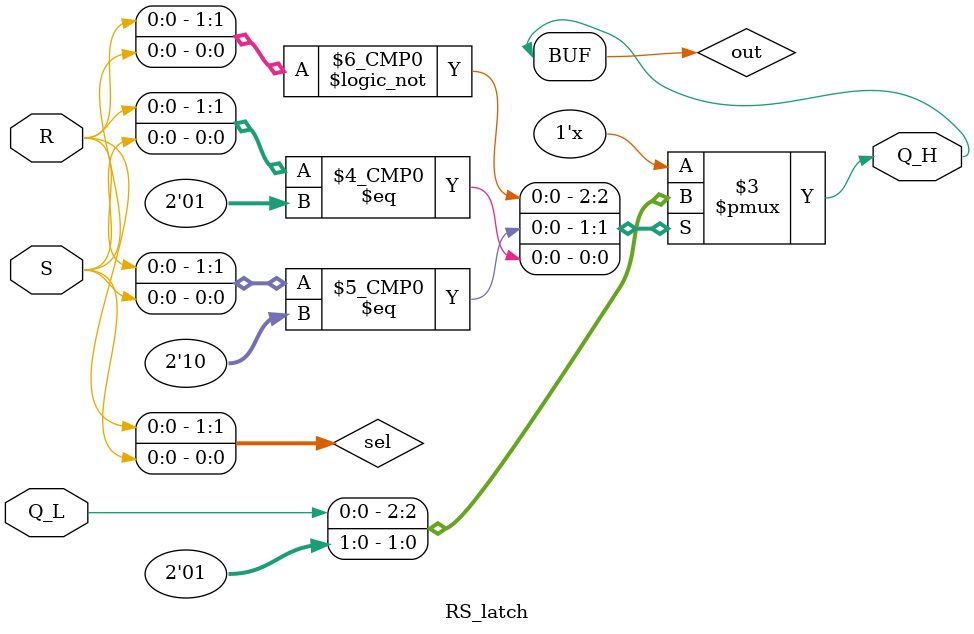
<source format=v>
`timescale 1ns / 1ps
module RS_latch(
    input R,
    input S,
	 input Q_L,
    output Q_H
    );
	 
	 wire [1:0] sel;
	 reg out;
	 
	 assign sel = {R, S};
	 assign Q_H = out;

	 always @(sel) 
		begin
			case(sel)
				2'b00 : out = Q_L;
				2'b10 : out = 0;
				2'b01 : out = 1;				
			endcase
		end

endmodule

</source>
